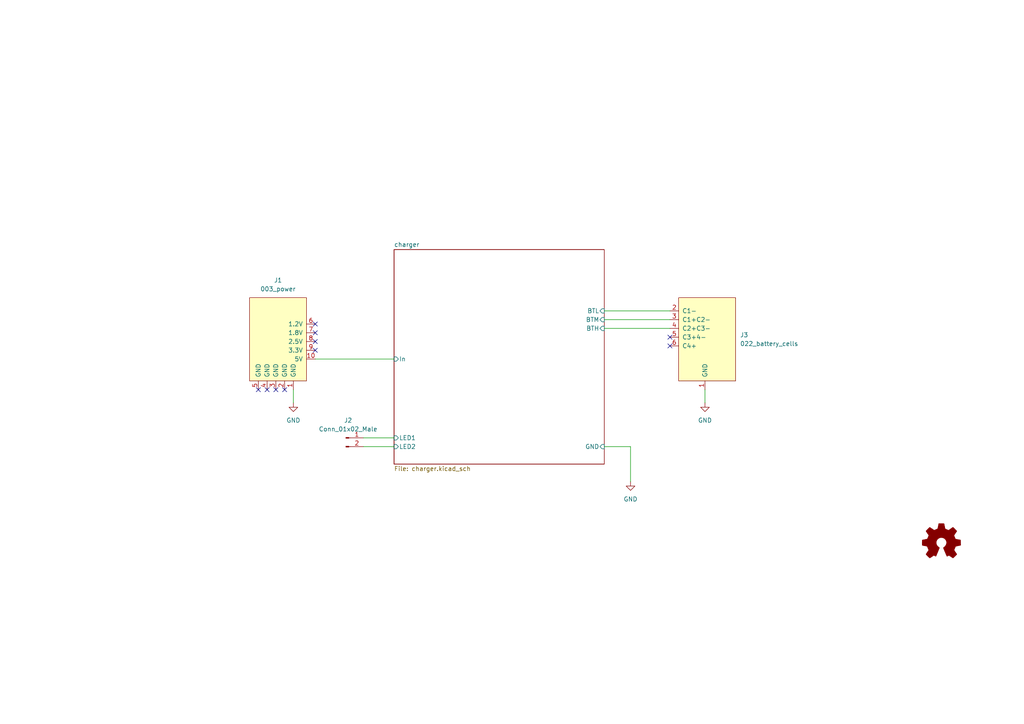
<source format=kicad_sch>
(kicad_sch (version 20211123) (generator eeschema)

  (uuid 57732dd3-1162-4c3f-88bd-31bf473d124d)

  (paper "A4")

  (lib_symbols
    (symbol "Connector:Conn_01x02_Male" (pin_names (offset 1.016) hide) (in_bom yes) (on_board yes)
      (property "Reference" "J" (id 0) (at 0 2.54 0)
        (effects (font (size 1.27 1.27)))
      )
      (property "Value" "Conn_01x02_Male" (id 1) (at 0 -5.08 0)
        (effects (font (size 1.27 1.27)))
      )
      (property "Footprint" "" (id 2) (at 0 0 0)
        (effects (font (size 1.27 1.27)) hide)
      )
      (property "Datasheet" "~" (id 3) (at 0 0 0)
        (effects (font (size 1.27 1.27)) hide)
      )
      (property "ki_keywords" "connector" (id 4) (at 0 0 0)
        (effects (font (size 1.27 1.27)) hide)
      )
      (property "ki_description" "Generic connector, single row, 01x02, script generated (kicad-library-utils/schlib/autogen/connector/)" (id 5) (at 0 0 0)
        (effects (font (size 1.27 1.27)) hide)
      )
      (property "ki_fp_filters" "Connector*:*_1x??_*" (id 6) (at 0 0 0)
        (effects (font (size 1.27 1.27)) hide)
      )
      (symbol "Conn_01x02_Male_1_1"
        (polyline
          (pts
            (xy 1.27 -2.54)
            (xy 0.8636 -2.54)
          )
          (stroke (width 0.1524) (type default) (color 0 0 0 0))
          (fill (type none))
        )
        (polyline
          (pts
            (xy 1.27 0)
            (xy 0.8636 0)
          )
          (stroke (width 0.1524) (type default) (color 0 0 0 0))
          (fill (type none))
        )
        (rectangle (start 0.8636 -2.413) (end 0 -2.667)
          (stroke (width 0.1524) (type default) (color 0 0 0 0))
          (fill (type outline))
        )
        (rectangle (start 0.8636 0.127) (end 0 -0.127)
          (stroke (width 0.1524) (type default) (color 0 0 0 0))
          (fill (type outline))
        )
        (pin passive line (at 5.08 0 180) (length 3.81)
          (name "Pin_1" (effects (font (size 1.27 1.27))))
          (number "1" (effects (font (size 1.27 1.27))))
        )
        (pin passive line (at 5.08 -2.54 180) (length 3.81)
          (name "Pin_2" (effects (font (size 1.27 1.27))))
          (number "2" (effects (font (size 1.27 1.27))))
        )
      )
    )
    (symbol "Graphic:Logo_Open_Hardware_Small" (pin_names (offset 1.016)) (in_bom yes) (on_board yes)
      (property "Reference" "#LOGO" (id 0) (at 0 6.985 0)
        (effects (font (size 1.27 1.27)) hide)
      )
      (property "Value" "Logo_Open_Hardware_Small" (id 1) (at 0 -5.715 0)
        (effects (font (size 1.27 1.27)) hide)
      )
      (property "Footprint" "" (id 2) (at 0 0 0)
        (effects (font (size 1.27 1.27)) hide)
      )
      (property "Datasheet" "~" (id 3) (at 0 0 0)
        (effects (font (size 1.27 1.27)) hide)
      )
      (property "ki_keywords" "Logo" (id 4) (at 0 0 0)
        (effects (font (size 1.27 1.27)) hide)
      )
      (property "ki_description" "Open Hardware logo, small" (id 5) (at 0 0 0)
        (effects (font (size 1.27 1.27)) hide)
      )
      (symbol "Logo_Open_Hardware_Small_0_1"
        (polyline
          (pts
            (xy 3.3528 -4.3434)
            (xy 3.302 -4.318)
            (xy 3.175 -4.2418)
            (xy 2.9972 -4.1148)
            (xy 2.7686 -3.9624)
            (xy 2.54 -3.81)
            (xy 2.3622 -3.7084)
            (xy 2.2352 -3.6068)
            (xy 2.1844 -3.5814)
            (xy 2.159 -3.6068)
            (xy 2.0574 -3.6576)
            (xy 1.905 -3.7338)
            (xy 1.8034 -3.7846)
            (xy 1.6764 -3.8354)
            (xy 1.6002 -3.8354)
            (xy 1.6002 -3.8354)
            (xy 1.5494 -3.7338)
            (xy 1.4732 -3.5306)
            (xy 1.3462 -3.302)
            (xy 1.2446 -3.0226)
            (xy 1.1176 -2.7178)
            (xy 0.9652 -2.413)
            (xy 0.8636 -2.1082)
            (xy 0.7366 -1.8288)
            (xy 0.6604 -1.6256)
            (xy 0.6096 -1.4732)
            (xy 0.5842 -1.397)
            (xy 0.5842 -1.397)
            (xy 0.6604 -1.3208)
            (xy 0.7874 -1.2446)
            (xy 1.0414 -1.016)
            (xy 1.2954 -0.6858)
            (xy 1.4478 -0.3302)
            (xy 1.524 0.0762)
            (xy 1.4732 0.4572)
            (xy 1.3208 0.8128)
            (xy 1.0668 1.143)
            (xy 0.762 1.3716)
            (xy 0.4064 1.524)
            (xy 0 1.5748)
            (xy -0.381 1.5494)
            (xy -0.7366 1.397)
            (xy -1.0668 1.143)
            (xy -1.2192 0.9906)
            (xy -1.397 0.6604)
            (xy -1.524 0.3048)
            (xy -1.524 0.2286)
            (xy -1.4986 -0.1778)
            (xy -1.397 -0.5334)
            (xy -1.1938 -0.8636)
            (xy -0.9144 -1.143)
            (xy -0.8636 -1.1684)
            (xy -0.7366 -1.27)
            (xy -0.635 -1.3462)
            (xy -0.5842 -1.397)
            (xy -1.0668 -2.5908)
            (xy -1.143 -2.794)
            (xy -1.2954 -3.1242)
            (xy -1.397 -3.4036)
            (xy -1.4986 -3.6322)
            (xy -1.5748 -3.7846)
            (xy -1.6002 -3.8354)
            (xy -1.6002 -3.8354)
            (xy -1.651 -3.8354)
            (xy -1.7272 -3.81)
            (xy -1.905 -3.7338)
            (xy -2.0066 -3.683)
            (xy -2.1336 -3.6068)
            (xy -2.2098 -3.5814)
            (xy -2.2606 -3.6068)
            (xy -2.3622 -3.683)
            (xy -2.54 -3.81)
            (xy -2.7686 -3.9624)
            (xy -2.9718 -4.0894)
            (xy -3.1496 -4.2164)
            (xy -3.302 -4.318)
            (xy -3.3528 -4.3434)
            (xy -3.3782 -4.3434)
            (xy -3.429 -4.318)
            (xy -3.5306 -4.2164)
            (xy -3.7084 -4.064)
            (xy -3.937 -3.8354)
            (xy -3.9624 -3.81)
            (xy -4.1656 -3.6068)
            (xy -4.318 -3.4544)
            (xy -4.4196 -3.3274)
            (xy -4.445 -3.2766)
            (xy -4.445 -3.2766)
            (xy -4.4196 -3.2258)
            (xy -4.318 -3.0734)
            (xy -4.2164 -2.8956)
            (xy -4.064 -2.667)
            (xy -3.6576 -2.0828)
            (xy -3.8862 -1.5494)
            (xy -3.937 -1.3716)
            (xy -4.0386 -1.1684)
            (xy -4.0894 -1.0414)
            (xy -4.1148 -0.9652)
            (xy -4.191 -0.9398)
            (xy -4.318 -0.9144)
            (xy -4.5466 -0.8636)
            (xy -4.8006 -0.8128)
            (xy -5.0546 -0.7874)
            (xy -5.2578 -0.7366)
            (xy -5.4356 -0.7112)
            (xy -5.5118 -0.6858)
            (xy -5.5118 -0.6858)
            (xy -5.5372 -0.635)
            (xy -5.5372 -0.5588)
            (xy -5.5372 -0.4318)
            (xy -5.5626 -0.2286)
            (xy -5.5626 0.0762)
            (xy -5.5626 0.127)
            (xy -5.5372 0.4064)
            (xy -5.5372 0.635)
            (xy -5.5372 0.762)
            (xy -5.5372 0.8382)
            (xy -5.5372 0.8382)
            (xy -5.461 0.8382)
            (xy -5.3086 0.889)
            (xy -5.08 0.9144)
            (xy -4.826 0.9652)
            (xy -4.8006 0.9906)
            (xy -4.5466 1.0414)
            (xy -4.318 1.0668)
            (xy -4.1656 1.1176)
            (xy -4.0894 1.143)
            (xy -4.0894 1.143)
            (xy -4.0386 1.2446)
            (xy -3.9624 1.4224)
            (xy -3.8608 1.6256)
            (xy -3.7846 1.8288)
            (xy -3.7084 2.0066)
            (xy -3.6576 2.159)
            (xy -3.6322 2.2098)
            (xy -3.6322 2.2098)
            (xy -3.683 2.286)
            (xy -3.7592 2.413)
            (xy -3.8862 2.5908)
            (xy -4.064 2.8194)
            (xy -4.064 2.8448)
            (xy -4.2164 3.0734)
            (xy -4.3434 3.2512)
            (xy -4.4196 3.3782)
            (xy -4.445 3.4544)
            (xy -4.445 3.4544)
            (xy -4.3942 3.5052)
            (xy -4.2926 3.6322)
            (xy -4.1148 3.81)
            (xy -3.937 4.0132)
            (xy -3.8608 4.064)
            (xy -3.6576 4.2926)
            (xy -3.5052 4.4196)
            (xy -3.4036 4.4958)
            (xy -3.3528 4.5212)
            (xy -3.3528 4.5212)
            (xy -3.302 4.4704)
            (xy -3.1496 4.3688)
            (xy -2.9718 4.2418)
            (xy -2.7432 4.0894)
            (xy -2.7178 4.0894)
            (xy -2.4892 3.937)
            (xy -2.3114 3.81)
            (xy -2.1844 3.7084)
            (xy -2.1336 3.683)
            (xy -2.1082 3.683)
            (xy -2.032 3.7084)
            (xy -1.8542 3.7592)
            (xy -1.6764 3.8354)
            (xy -1.4732 3.937)
            (xy -1.27 4.0132)
            (xy -1.143 4.064)
            (xy -1.0668 4.1148)
            (xy -1.0668 4.1148)
            (xy -1.0414 4.191)
            (xy -1.016 4.3434)
            (xy -0.9652 4.572)
            (xy -0.9144 4.8514)
            (xy -0.889 4.9022)
            (xy -0.8382 5.1562)
            (xy -0.8128 5.3848)
            (xy -0.7874 5.5372)
            (xy -0.762 5.588)
            (xy -0.7112 5.6134)
            (xy -0.5842 5.6134)
            (xy -0.4064 5.6134)
            (xy -0.1524 5.6134)
            (xy 0.0762 5.6134)
            (xy 0.3302 5.6134)
            (xy 0.5334 5.6134)
            (xy 0.6858 5.588)
            (xy 0.7366 5.588)
            (xy 0.7366 5.588)
            (xy 0.762 5.5118)
            (xy 0.8128 5.334)
            (xy 0.8382 5.1054)
            (xy 0.9144 4.826)
            (xy 0.9144 4.7752)
            (xy 0.9652 4.5212)
            (xy 1.016 4.2926)
            (xy 1.0414 4.1402)
            (xy 1.0668 4.0894)
            (xy 1.0668 4.0894)
            (xy 1.1938 4.0386)
            (xy 1.3716 3.9624)
            (xy 1.5748 3.8608)
            (xy 2.0828 3.6576)
            (xy 2.7178 4.0894)
            (xy 2.7686 4.1402)
            (xy 2.9972 4.2926)
            (xy 3.175 4.4196)
            (xy 3.302 4.4958)
            (xy 3.3782 4.5212)
            (xy 3.3782 4.5212)
            (xy 3.429 4.4704)
            (xy 3.556 4.3434)
            (xy 3.7338 4.191)
            (xy 3.9116 3.9878)
            (xy 4.064 3.8354)
            (xy 4.2418 3.6576)
            (xy 4.3434 3.556)
            (xy 4.4196 3.4798)
            (xy 4.4196 3.429)
            (xy 4.4196 3.4036)
            (xy 4.3942 3.3274)
            (xy 4.2926 3.2004)
            (xy 4.1656 2.9972)
            (xy 4.0132 2.794)
            (xy 3.8862 2.5908)
            (xy 3.7592 2.3876)
            (xy 3.6576 2.2352)
            (xy 3.6322 2.159)
            (xy 3.6322 2.1336)
            (xy 3.683 2.0066)
            (xy 3.7592 1.8288)
            (xy 3.8608 1.6002)
            (xy 4.064 1.1176)
            (xy 4.3942 1.0414)
            (xy 4.5974 1.016)
            (xy 4.8768 0.9652)
            (xy 5.1308 0.9144)
            (xy 5.5372 0.8382)
            (xy 5.5626 -0.6604)
            (xy 5.4864 -0.6858)
            (xy 5.4356 -0.6858)
            (xy 5.2832 -0.7366)
            (xy 5.0546 -0.762)
            (xy 4.8006 -0.8128)
            (xy 4.5974 -0.8636)
            (xy 4.3688 -0.9144)
            (xy 4.2164 -0.9398)
            (xy 4.1402 -0.9398)
            (xy 4.1148 -0.9652)
            (xy 4.064 -1.0668)
            (xy 3.9878 -1.2446)
            (xy 3.9116 -1.4478)
            (xy 3.81 -1.651)
            (xy 3.7338 -1.8542)
            (xy 3.683 -2.0066)
            (xy 3.6576 -2.0828)
            (xy 3.683 -2.1336)
            (xy 3.7846 -2.2606)
            (xy 3.8862 -2.4638)
            (xy 4.0386 -2.667)
            (xy 4.191 -2.8956)
            (xy 4.318 -3.0734)
            (xy 4.3942 -3.2004)
            (xy 4.445 -3.2766)
            (xy 4.4196 -3.3274)
            (xy 4.3434 -3.429)
            (xy 4.1656 -3.5814)
            (xy 3.937 -3.8354)
            (xy 3.8862 -3.8608)
            (xy 3.683 -4.064)
            (xy 3.5306 -4.2164)
            (xy 3.4036 -4.318)
            (xy 3.3528 -4.3434)
          )
          (stroke (width 0) (type default) (color 0 0 0 0))
          (fill (type outline))
        )
      )
    )
    (symbol "power:GND" (power) (pin_names (offset 0)) (in_bom yes) (on_board yes)
      (property "Reference" "#PWR" (id 0) (at 0 -6.35 0)
        (effects (font (size 1.27 1.27)) hide)
      )
      (property "Value" "GND" (id 1) (at 0 -3.81 0)
        (effects (font (size 1.27 1.27)))
      )
      (property "Footprint" "" (id 2) (at 0 0 0)
        (effects (font (size 1.27 1.27)) hide)
      )
      (property "Datasheet" "" (id 3) (at 0 0 0)
        (effects (font (size 1.27 1.27)) hide)
      )
      (property "ki_keywords" "power-flag" (id 4) (at 0 0 0)
        (effects (font (size 1.27 1.27)) hide)
      )
      (property "ki_description" "Power symbol creates a global label with name \"GND\" , ground" (id 5) (at 0 0 0)
        (effects (font (size 1.27 1.27)) hide)
      )
      (symbol "GND_0_1"
        (polyline
          (pts
            (xy 0 0)
            (xy 0 -1.27)
            (xy 1.27 -1.27)
            (xy 0 -2.54)
            (xy -1.27 -1.27)
            (xy 0 -1.27)
          )
          (stroke (width 0) (type default) (color 0 0 0 0))
          (fill (type none))
        )
      )
      (symbol "GND_1_1"
        (pin power_in line (at 0 0 270) (length 0) hide
          (name "GND" (effects (font (size 1.27 1.27))))
          (number "1" (effects (font (size 1.27 1.27))))
        )
      )
    )
    (symbol "put_on_edge:003_power" (pin_names (offset 1.016)) (in_bom yes) (on_board yes)
      (property "Reference" "J" (id 0) (at -2.54 13.97 0)
        (effects (font (size 1.27 1.27)))
      )
      (property "Value" "003_power" (id 1) (at 8.89 13.97 0)
        (effects (font (size 1.27 1.27)))
      )
      (property "Footprint" "" (id 2) (at 7.62 16.51 0)
        (effects (font (size 1.27 1.27)) hide)
      )
      (property "Datasheet" "" (id 3) (at 7.62 16.51 0)
        (effects (font (size 1.27 1.27)) hide)
      )
      (symbol "003_power_0_1"
        (rectangle (start -8.89 12.7) (end 7.62 -11.43)
          (stroke (width 0) (type default) (color 0 0 0 0))
          (fill (type background))
        )
      )
      (symbol "003_power_1_1"
        (pin power_in line (at -5.08 -13.97 90) (length 2.54)
          (name "GND" (effects (font (size 1.27 1.27))))
          (number "1" (effects (font (size 1.27 1.27))))
        )
        (pin power_out line (at -11.43 -5.08 0) (length 2.54)
          (name "5V" (effects (font (size 1.27 1.27))))
          (number "10" (effects (font (size 1.27 1.27))))
        )
        (pin power_in line (at -2.54 -13.97 90) (length 2.54)
          (name "GND" (effects (font (size 1.27 1.27))))
          (number "2" (effects (font (size 1.27 1.27))))
        )
        (pin power_in line (at 0 -13.97 90) (length 2.54)
          (name "GND" (effects (font (size 1.27 1.27))))
          (number "3" (effects (font (size 1.27 1.27))))
        )
        (pin power_in line (at 2.54 -13.97 90) (length 2.54)
          (name "GND" (effects (font (size 1.27 1.27))))
          (number "4" (effects (font (size 1.27 1.27))))
        )
        (pin power_in line (at 5.08 -13.97 90) (length 2.54)
          (name "GND" (effects (font (size 1.27 1.27))))
          (number "5" (effects (font (size 1.27 1.27))))
        )
        (pin power_out line (at -11.43 5.08 0) (length 2.54)
          (name "1.2V" (effects (font (size 1.27 1.27))))
          (number "6" (effects (font (size 1.27 1.27))))
        )
        (pin power_out line (at -11.43 2.54 0) (length 2.54)
          (name "1.8V" (effects (font (size 1.27 1.27))))
          (number "7" (effects (font (size 1.27 1.27))))
        )
        (pin power_out line (at -11.43 0 0) (length 2.54)
          (name "2.5V" (effects (font (size 1.27 1.27))))
          (number "8" (effects (font (size 1.27 1.27))))
        )
        (pin power_out line (at -11.43 -2.54 0) (length 2.54)
          (name "3.3V" (effects (font (size 1.27 1.27))))
          (number "9" (effects (font (size 1.27 1.27))))
        )
      )
    )
    (symbol "put_on_edge:022_battery_cells" (pin_names (offset 1.016)) (in_bom yes) (on_board yes)
      (property "Reference" "J" (id 0) (at -2.54 13.97 0)
        (effects (font (size 1.27 1.27)))
      )
      (property "Value" "022_battery_cells" (id 1) (at 8.89 13.97 0)
        (effects (font (size 1.27 1.27)))
      )
      (property "Footprint" "" (id 2) (at 7.62 16.51 0)
        (effects (font (size 1.27 1.27)) hide)
      )
      (property "Datasheet" "" (id 3) (at 7.62 16.51 0)
        (effects (font (size 1.27 1.27)) hide)
      )
      (symbol "022_battery_cells_0_1"
        (rectangle (start -8.89 12.7) (end 7.62 -11.43)
          (stroke (width 0) (type default) (color 0 0 0 0))
          (fill (type background))
        )
      )
      (symbol "022_battery_cells_1_1"
        (pin power_in line (at -1.27 -13.97 90) (length 2.54)
          (name "GND" (effects (font (size 1.27 1.27))))
          (number "1" (effects (font (size 1.27 1.27))))
        )
        (pin unspecified line (at -11.43 8.89 0) (length 2.54)
          (name "C1-" (effects (font (size 1.27 1.27))))
          (number "2" (effects (font (size 1.27 1.27))))
        )
        (pin unspecified line (at -11.43 6.35 0) (length 2.54)
          (name "C1+C2-" (effects (font (size 1.27 1.27))))
          (number "3" (effects (font (size 1.27 1.27))))
        )
        (pin unspecified line (at -11.43 3.81 0) (length 2.54)
          (name "C2+C3-" (effects (font (size 1.27 1.27))))
          (number "4" (effects (font (size 1.27 1.27))))
        )
        (pin unspecified line (at -11.43 1.27 0) (length 2.54)
          (name "C3+4-" (effects (font (size 1.27 1.27))))
          (number "5" (effects (font (size 1.27 1.27))))
        )
        (pin unspecified line (at -11.43 -1.27 0) (length 2.54)
          (name "C4+" (effects (font (size 1.27 1.27))))
          (number "6" (effects (font (size 1.27 1.27))))
        )
      )
    )
  )


  (no_connect (at 82.55 113.03) (uuid 7fbd23af-ea7d-437a-bb1b-512485a21cd8))
  (no_connect (at 74.93 113.03) (uuid 7fbd23af-ea7d-437a-bb1b-512485a21cd9))
  (no_connect (at 77.47 113.03) (uuid 7fbd23af-ea7d-437a-bb1b-512485a21cda))
  (no_connect (at 80.01 113.03) (uuid 7fbd23af-ea7d-437a-bb1b-512485a21cdb))
  (no_connect (at 194.31 100.33) (uuid f71aa127-f2ab-4987-bcdb-ac625d700545))
  (no_connect (at 194.31 97.79) (uuid f71aa127-f2ab-4987-bcdb-ac625d700546))
  (no_connect (at 91.44 93.98) (uuid f71aa127-f2ab-4987-bcdb-ac625d700547))
  (no_connect (at 91.44 96.52) (uuid f71aa127-f2ab-4987-bcdb-ac625d700548))
  (no_connect (at 91.44 99.06) (uuid f71aa127-f2ab-4987-bcdb-ac625d700549))
  (no_connect (at 91.44 101.6) (uuid f71aa127-f2ab-4987-bcdb-ac625d70054a))

  (wire (pts (xy 175.26 92.71) (xy 194.31 92.71))
    (stroke (width 0) (type default) (color 0 0 0 0))
    (uuid 4e72d646-6cf3-4405-a8a9-9d9dd3723649)
  )
  (wire (pts (xy 175.26 95.25) (xy 194.31 95.25))
    (stroke (width 0) (type default) (color 0 0 0 0))
    (uuid 58e6dfd1-efcb-4e4c-8059-d9f329547efc)
  )
  (wire (pts (xy 182.88 129.54) (xy 182.88 139.7))
    (stroke (width 0) (type default) (color 0 0 0 0))
    (uuid 5a1fc14d-1d6f-444c-82b2-77ce3f0eeb3f)
  )
  (wire (pts (xy 91.44 104.14) (xy 114.3 104.14))
    (stroke (width 0) (type default) (color 0 0 0 0))
    (uuid 5a46323c-c7bb-4ff3-8a1a-0a74aadebb3c)
  )
  (wire (pts (xy 105.41 127) (xy 114.3 127))
    (stroke (width 0) (type default) (color 0 0 0 0))
    (uuid a0675a18-ee83-4ae9-8537-201b2e925b0e)
  )
  (wire (pts (xy 105.41 129.54) (xy 114.3 129.54))
    (stroke (width 0) (type default) (color 0 0 0 0))
    (uuid a3d53ac7-08d9-4da1-9e5a-b6b2f77de4d7)
  )
  (wire (pts (xy 175.26 129.54) (xy 182.88 129.54))
    (stroke (width 0) (type default) (color 0 0 0 0))
    (uuid b5f50e6e-6728-4454-96f5-44e0bc388ce5)
  )
  (wire (pts (xy 85.09 113.03) (xy 85.09 116.84))
    (stroke (width 0) (type default) (color 0 0 0 0))
    (uuid ea0b139f-f1a3-484b-8058-0b56d2b14263)
  )
  (wire (pts (xy 175.26 90.17) (xy 194.31 90.17))
    (stroke (width 0) (type default) (color 0 0 0 0))
    (uuid f26723c9-485a-41f2-85ee-762c7b591d1c)
  )
  (wire (pts (xy 204.47 113.03) (xy 204.47 116.84))
    (stroke (width 0) (type default) (color 0 0 0 0))
    (uuid f2938621-512d-4768-b233-b11fca9045b5)
  )

  (symbol (lib_id "put_on_edge:003_power") (at 80.01 99.06 0) (mirror y) (unit 1)
    (in_bom yes) (on_board yes) (fields_autoplaced)
    (uuid 6be7e38a-ea27-4f4f-a7b1-32698eabaf58)
    (property "Reference" "J1" (id 0) (at 80.645 81.28 0))
    (property "Value" "003_power" (id 1) (at 80.645 83.82 0))
    (property "Footprint" "on_edge:on_edge_2x05_device" (id 2) (at 72.39 82.55 0)
      (effects (font (size 1.27 1.27)) hide)
    )
    (property "Datasheet" "" (id 3) (at 72.39 82.55 0)
      (effects (font (size 1.27 1.27)) hide)
    )
    (pin "1" (uuid 7545d4a2-6a57-4708-8294-c60dd75f4036))
    (pin "10" (uuid 7362ae9f-4307-46a4-b317-fabf62176d7c))
    (pin "2" (uuid d0a7f49e-7623-4365-996b-0e5fb607ca25))
    (pin "3" (uuid 3e5dae8c-16b0-4959-ab61-af14766821db))
    (pin "4" (uuid 0a1175b4-0669-4b83-a38e-b7d271f084bd))
    (pin "5" (uuid 8e87dfea-5b60-4e30-9fcc-6d86b6f72662))
    (pin "6" (uuid d89b37e2-0fa1-4807-b3bf-846ec7898237))
    (pin "7" (uuid 29a5b2b3-e88f-4598-af90-8c3aa54cd728))
    (pin "8" (uuid 2deefcc8-1ecf-4807-a145-fe18e54d976f))
    (pin "9" (uuid a25b6d3c-fc1e-415a-9107-41f4906c7b0f))
  )

  (symbol (lib_id "power:GND") (at 85.09 116.84 0) (unit 1)
    (in_bom yes) (on_board yes) (fields_autoplaced)
    (uuid 7cc6030e-77a1-4b30-9374-f2e8211df28b)
    (property "Reference" "#PWR0103" (id 0) (at 85.09 123.19 0)
      (effects (font (size 1.27 1.27)) hide)
    )
    (property "Value" "GND" (id 1) (at 85.09 121.92 0))
    (property "Footprint" "" (id 2) (at 85.09 116.84 0)
      (effects (font (size 1.27 1.27)) hide)
    )
    (property "Datasheet" "" (id 3) (at 85.09 116.84 0)
      (effects (font (size 1.27 1.27)) hide)
    )
    (pin "1" (uuid d1e676c1-7e24-4dc4-985a-00ee7856a439))
  )

  (symbol (lib_id "put_on_edge:022_battery_cells") (at 205.74 99.06 0) (unit 1)
    (in_bom yes) (on_board yes) (fields_autoplaced)
    (uuid 7f32e48c-3f0f-412d-9434-bfa243e95f72)
    (property "Reference" "J3" (id 0) (at 214.63 97.1549 0)
      (effects (font (size 1.27 1.27)) (justify left))
    )
    (property "Value" "022_battery_cells" (id 1) (at 214.63 99.6949 0)
      (effects (font (size 1.27 1.27)) (justify left))
    )
    (property "Footprint" "on_edge:on_edge_2x05_host" (id 2) (at 213.36 82.55 0)
      (effects (font (size 1.27 1.27)) hide)
    )
    (property "Datasheet" "" (id 3) (at 213.36 82.55 0)
      (effects (font (size 1.27 1.27)) hide)
    )
    (pin "1" (uuid 852ff24c-7d84-4c52-8d47-e2445add5d46))
    (pin "2" (uuid 3b1a0bdb-1031-422e-81d8-b71fd5274fa1))
    (pin "3" (uuid 25118292-0797-4b79-b71f-49f584ce9663))
    (pin "4" (uuid 9ea4d85e-61b2-4a7a-af24-9283ba485ea1))
    (pin "5" (uuid 6461c5af-b073-417d-ac82-7f7fce355ca1))
    (pin "6" (uuid bcbc9413-cf6a-4c76-937a-20c2df813613))
  )

  (symbol (lib_id "power:GND") (at 182.88 139.7 0) (unit 1)
    (in_bom yes) (on_board yes) (fields_autoplaced)
    (uuid 971afa99-5d33-4a72-a8e1-edd3c45138ed)
    (property "Reference" "#PWR0101" (id 0) (at 182.88 146.05 0)
      (effects (font (size 1.27 1.27)) hide)
    )
    (property "Value" "GND" (id 1) (at 182.88 144.78 0))
    (property "Footprint" "" (id 2) (at 182.88 139.7 0)
      (effects (font (size 1.27 1.27)) hide)
    )
    (property "Datasheet" "" (id 3) (at 182.88 139.7 0)
      (effects (font (size 1.27 1.27)) hide)
    )
    (pin "1" (uuid 0e12e353-ffd6-4e27-8957-653e209f57b0))
  )

  (symbol (lib_id "power:GND") (at 204.47 116.84 0) (unit 1)
    (in_bom yes) (on_board yes) (fields_autoplaced)
    (uuid a32967f1-92ad-4454-9847-82c33e353660)
    (property "Reference" "#PWR0102" (id 0) (at 204.47 123.19 0)
      (effects (font (size 1.27 1.27)) hide)
    )
    (property "Value" "GND" (id 1) (at 204.47 121.92 0))
    (property "Footprint" "" (id 2) (at 204.47 116.84 0)
      (effects (font (size 1.27 1.27)) hide)
    )
    (property "Datasheet" "" (id 3) (at 204.47 116.84 0)
      (effects (font (size 1.27 1.27)) hide)
    )
    (pin "1" (uuid 28aa6798-f86a-4198-9b83-4335f9d7c4f6))
  )

  (symbol (lib_id "Graphic:Logo_Open_Hardware_Small") (at 273.05 157.48 0) (unit 1)
    (in_bom yes) (on_board yes) (fields_autoplaced)
    (uuid b72b6f4a-7489-40f2-bb90-d75ae01aa368)
    (property "Reference" "LOGO1" (id 0) (at 273.05 150.495 0)
      (effects (font (size 1.27 1.27)) hide)
    )
    (property "Value" "Logo_Open_Hardware_Small" (id 1) (at 273.05 163.195 0)
      (effects (font (size 1.27 1.27)) hide)
    )
    (property "Footprint" "Symbol:OSHW-Symbol_6.7x6mm_SilkScreen" (id 2) (at 273.05 157.48 0)
      (effects (font (size 1.27 1.27)) hide)
    )
    (property "Datasheet" "~" (id 3) (at 273.05 157.48 0)
      (effects (font (size 1.27 1.27)) hide)
    )
  )

  (symbol (lib_id "Connector:Conn_01x02_Male") (at 100.33 127 0) (unit 1)
    (in_bom yes) (on_board yes) (fields_autoplaced)
    (uuid c08a270d-d44f-4e77-a202-d280238131ec)
    (property "Reference" "J2" (id 0) (at 100.965 121.92 0))
    (property "Value" "Conn_01x02_Male" (id 1) (at 100.965 124.46 0))
    (property "Footprint" "Connector_PinHeader_2.54mm:PinHeader_1x02_P2.54mm_Vertical" (id 2) (at 100.33 127 0)
      (effects (font (size 1.27 1.27)) hide)
    )
    (property "Datasheet" "~" (id 3) (at 100.33 127 0)
      (effects (font (size 1.27 1.27)) hide)
    )
    (pin "1" (uuid 7e8ec44d-f461-4e49-a1f4-351ed18c9605))
    (pin "2" (uuid c63088ba-5a0c-414f-a98f-67eedf5fb579))
  )

  (sheet (at 114.3 72.39) (size 60.96 62.23) (fields_autoplaced)
    (stroke (width 0.1524) (type solid) (color 0 0 0 0))
    (fill (color 0 0 0 0.0000))
    (uuid 767ce4c6-0e55-4543-92f0-34cb8237a544)
    (property "Sheet name" "charger" (id 0) (at 114.3 71.6784 0)
      (effects (font (size 1.27 1.27)) (justify left bottom))
    )
    (property "Sheet file" "charger.kicad_sch" (id 1) (at 114.3 135.2046 0)
      (effects (font (size 1.27 1.27)) (justify left top))
    )
    (pin "GND" input (at 175.26 129.54 0)
      (effects (font (size 1.27 1.27)) (justify right))
      (uuid 466cf29f-04d2-4303-aa26-8ec28548d2f2)
    )
    (pin "BTH" input (at 175.26 95.25 0)
      (effects (font (size 1.27 1.27)) (justify right))
      (uuid 35730fad-e94c-450b-aa81-33e0e2c00fd1)
    )
    (pin "BTM" input (at 175.26 92.71 0)
      (effects (font (size 1.27 1.27)) (justify right))
      (uuid a250853e-2641-4dbf-af26-c2b5276cdb4d)
    )
    (pin "In" input (at 114.3 104.14 180)
      (effects (font (size 1.27 1.27)) (justify left))
      (uuid 71e2fa64-cb27-4842-90f4-c5ee076420a3)
    )
    (pin "BTL" input (at 175.26 90.17 0)
      (effects (font (size 1.27 1.27)) (justify right))
      (uuid 7d600a32-d650-4195-809c-73afd3e81ed9)
    )
    (pin "LED1" input (at 114.3 127 180)
      (effects (font (size 1.27 1.27)) (justify left))
      (uuid 01d9cabc-bbb0-49ef-973f-2dfe40a90905)
    )
    (pin "LED2" input (at 114.3 129.54 180)
      (effects (font (size 1.27 1.27)) (justify left))
      (uuid 405f4db1-7522-439f-ade6-fbb7361f6fe8)
    )
  )

  (sheet_instances
    (path "/" (page "1"))
    (path "/767ce4c6-0e55-4543-92f0-34cb8237a544" (page "2"))
  )

  (symbol_instances
    (path "/971afa99-5d33-4a72-a8e1-edd3c45138ed"
      (reference "#PWR0101") (unit 1) (value "GND") (footprint "")
    )
    (path "/a32967f1-92ad-4454-9847-82c33e353660"
      (reference "#PWR0102") (unit 1) (value "GND") (footprint "")
    )
    (path "/7cc6030e-77a1-4b30-9374-f2e8211df28b"
      (reference "#PWR0103") (unit 1) (value "GND") (footprint "")
    )
    (path "/767ce4c6-0e55-4543-92f0-34cb8237a544/ad71b08f-fcf9-4667-8e00-5a61efd13121"
      (reference "C1") (unit 1) (value "47uF") (footprint "Capacitor_SMD:C_1210_3225Metric")
    )
    (path "/767ce4c6-0e55-4543-92f0-34cb8237a544/aa31e751-fc73-4ebd-9e48-3f574b43c888"
      (reference "C2") (unit 1) (value "47uF") (footprint "Capacitor_SMD:C_1210_3225Metric")
    )
    (path "/767ce4c6-0e55-4543-92f0-34cb8237a544/8cb72fe3-687c-4d99-88af-84846dd011f2"
      (reference "C3") (unit 1) (value "10uF") (footprint "Capacitor_SMD:C_0603_1608Metric")
    )
    (path "/767ce4c6-0e55-4543-92f0-34cb8237a544/6b11a59a-d987-4407-89c2-b557e4786cc4"
      (reference "C4") (unit 1) (value "1uF") (footprint "Capacitor_SMD:C_0603_1608Metric")
    )
    (path "/767ce4c6-0e55-4543-92f0-34cb8237a544/64d37012-596e-4b34-a5d3-35cbc2ad7874"
      (reference "C5") (unit 1) (value "100nF") (footprint "Capacitor_SMD:C_0603_1608Metric")
    )
    (path "/767ce4c6-0e55-4543-92f0-34cb8237a544/734bc5af-a3d4-4ddf-9946-b98a91413866"
      (reference "C6") (unit 1) (value "47nF") (footprint "Capacitor_SMD:C_0603_1608Metric")
    )
    (path "/767ce4c6-0e55-4543-92f0-34cb8237a544/71432c14-591e-4ab3-a66c-bc5864b5d156"
      (reference "D1") (unit 1) (value "MMSZ5230BT1G") (footprint "Diode_SMD:D_SOD-123")
    )
    (path "/767ce4c6-0e55-4543-92f0-34cb8237a544/a508d392-e286-409f-a1fb-56fe7ae2a95f"
      (reference "FB1") (unit 1) (value "BLM18RK221SN1D") (footprint "Capacitor_SMD:C_0603_1608Metric")
    )
    (path "/6be7e38a-ea27-4f4f-a7b1-32698eabaf58"
      (reference "J1") (unit 1) (value "003_power") (footprint "on_edge:on_edge_2x05_device")
    )
    (path "/c08a270d-d44f-4e77-a202-d280238131ec"
      (reference "J2") (unit 1) (value "Conn_01x02_Male") (footprint "Connector_PinHeader_2.54mm:PinHeader_1x02_P2.54mm_Vertical")
    )
    (path "/7f32e48c-3f0f-412d-9434-bfa243e95f72"
      (reference "J3") (unit 1) (value "022_battery_cells") (footprint "on_edge:on_edge_2x05_host")
    )
    (path "/b72b6f4a-7489-40f2-bb90-d75ae01aa368"
      (reference "LOGO1") (unit 1) (value "Logo_Open_Hardware_Small") (footprint "Symbol:OSHW-Symbol_6.7x6mm_SilkScreen")
    )
    (path "/767ce4c6-0e55-4543-92f0-34cb8237a544/283c94bd-0e7d-42b5-bf45-fd85fcca2933"
      (reference "Q1") (unit 1) (value "Q_PNP_BCEC") (footprint "Package_TO_SOT_SMD:TO-252-3_TabPin4")
    )
    (path "/767ce4c6-0e55-4543-92f0-34cb8237a544/faa4d3f3-719d-4d8a-aa49-32a718622f83"
      (reference "Q2") (unit 1) (value "Q_PNP_BCEC") (footprint "Package_TO_SOT_SMD:TO-252-3_TabPin4")
    )
    (path "/767ce4c6-0e55-4543-92f0-34cb8237a544/8bf75624-7133-4a49-a2d2-4edee8b1403a"
      (reference "R1") (unit 1) (value "91R") (footprint "Resistor_SMD:R_0603_1608Metric")
    )
    (path "/767ce4c6-0e55-4543-92f0-34cb8237a544/ca39b9fc-3595-4b03-ac68-ad587aecbf99"
      (reference "R2") (unit 1) (value "270R") (footprint "Resistor_SMD:R_0603_1608Metric")
    )
    (path "/767ce4c6-0e55-4543-92f0-34cb8237a544/2ce8a9cf-897a-4a79-a3e7-3605c42ed8c9"
      (reference "R3") (unit 1) (value "75k") (footprint "Resistor_SMD:R_0603_1608Metric")
    )
    (path "/767ce4c6-0e55-4543-92f0-34cb8237a544/3d520106-3478-4305-be46-3b791a8c8cbc"
      (reference "R4") (unit 1) (value "100k") (footprint "Resistor_SMD:R_0603_1608Metric")
    )
    (path "/767ce4c6-0e55-4543-92f0-34cb8237a544/b71c7589-859f-4ba5-8e91-a2f7dc6394b1"
      (reference "R5") (unit 1) (value "10k") (footprint "Resistor_SMD:R_0603_1608Metric")
    )
    (path "/767ce4c6-0e55-4543-92f0-34cb8237a544/50a8031c-80fe-4149-a125-88317681c866"
      (reference "R6") (unit 1) (value "10k") (footprint "Resistor_SMD:R_0603_1608Metric")
    )
    (path "/767ce4c6-0e55-4543-92f0-34cb8237a544/cc44aad7-7508-48ea-a536-8fc1b35b4ee1"
      (reference "R7") (unit 1) (value "100R") (footprint "Resistor_SMD:R_0603_1608Metric")
    )
    (path "/767ce4c6-0e55-4543-92f0-34cb8237a544/ed675d7d-640b-4eb8-98e3-aa6292184055"
      (reference "R8") (unit 1) (value "10k") (footprint "Resistor_SMD:R_0603_1608Metric")
    )
    (path "/767ce4c6-0e55-4543-92f0-34cb8237a544/7ce64a69-54c2-4aa7-a0b9-19efef9cfbcd"
      (reference "R9") (unit 1) (value "0.25R") (footprint "Resistor_SMD:R_1206_3216Metric")
    )
    (path "/767ce4c6-0e55-4543-92f0-34cb8237a544/fa28c2c0-3780-4891-b1ef-5ed188a86389"
      (reference "R10") (unit 1) (value "0.25R") (footprint "Resistor_SMD:R_1206_3216Metric")
    )
    (path "/767ce4c6-0e55-4543-92f0-34cb8237a544/fa82de02-94b4-468e-811f-39545560cad0"
      (reference "R11") (unit 1) (value "10R") (footprint "Resistor_SMD:R_0603_1608Metric")
    )
    (path "/767ce4c6-0e55-4543-92f0-34cb8237a544/e6089dad-f7f0-4cd6-9e39-d7e01ebc0bb0"
      (reference "TH1") (unit 1) (value "NTCG103JF103FT1") (footprint "Resistor_SMD:R_0402_1005Metric")
    )
    (path "/767ce4c6-0e55-4543-92f0-34cb8237a544/db58a940-af2b-4bcb-8089-2304fcfe6616"
      (reference "TH2") (unit 1) (value "NTCG103JF103FT1") (footprint "Resistor_SMD:R_0402_1005Metric")
    )
    (path "/767ce4c6-0e55-4543-92f0-34cb8237a544/8f223000-c7e2-410e-9a79-182ed32cb542"
      (reference "U1") (unit 1) (value "DS2711E+") (footprint "b105:SOP65P640X110-16N")
    )
  )
)

</source>
